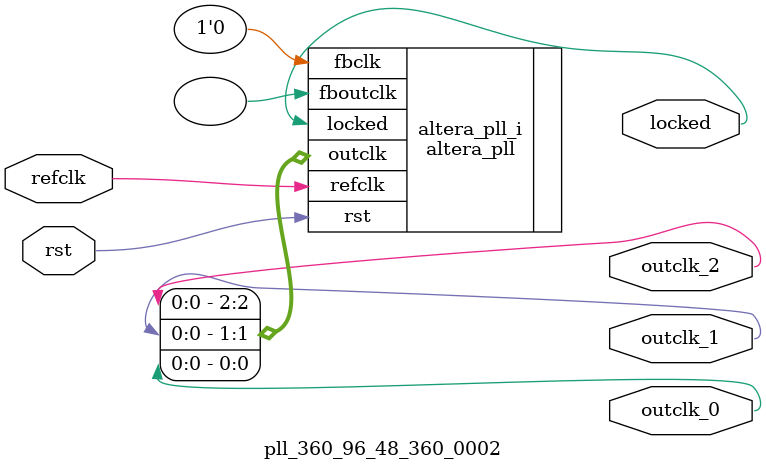
<source format=v>
`timescale 1ns/10ps
module  pll_360_96_48_360_0002(

	// interface 'refclk'
	input wire refclk,

	// interface 'reset'
	input wire rst,

	// interface 'outclk0'
	output wire outclk_0,

	// interface 'outclk1'
	output wire outclk_1,

	// interface 'outclk2'
	output wire outclk_2,

	// interface 'locked'
	output wire locked
);

	altera_pll #(
		.fractional_vco_multiplier("false"),
		.reference_clock_frequency("360.0 MHz"),
		.operation_mode("direct"),
		.number_of_clocks(3),
		.output_clock_frequency0("96.000000 MHz"),
		.phase_shift0("0 ps"),
		.duty_cycle0(50),
		.output_clock_frequency1("48.000000 MHz"),
		.phase_shift1("0 ps"),
		.duty_cycle1(50),
		.output_clock_frequency2("90.000000 MHz"),
		.phase_shift2("0 ps"),
		.duty_cycle2(50),
		.output_clock_frequency3("0 MHz"),
		.phase_shift3("0 ps"),
		.duty_cycle3(50),
		.output_clock_frequency4("0 MHz"),
		.phase_shift4("0 ps"),
		.duty_cycle4(50),
		.output_clock_frequency5("0 MHz"),
		.phase_shift5("0 ps"),
		.duty_cycle5(50),
		.output_clock_frequency6("0 MHz"),
		.phase_shift6("0 ps"),
		.duty_cycle6(50),
		.output_clock_frequency7("0 MHz"),
		.phase_shift7("0 ps"),
		.duty_cycle7(50),
		.output_clock_frequency8("0 MHz"),
		.phase_shift8("0 ps"),
		.duty_cycle8(50),
		.output_clock_frequency9("0 MHz"),
		.phase_shift9("0 ps"),
		.duty_cycle9(50),
		.output_clock_frequency10("0 MHz"),
		.phase_shift10("0 ps"),
		.duty_cycle10(50),
		.output_clock_frequency11("0 MHz"),
		.phase_shift11("0 ps"),
		.duty_cycle11(50),
		.output_clock_frequency12("0 MHz"),
		.phase_shift12("0 ps"),
		.duty_cycle12(50),
		.output_clock_frequency13("0 MHz"),
		.phase_shift13("0 ps"),
		.duty_cycle13(50),
		.output_clock_frequency14("0 MHz"),
		.phase_shift14("0 ps"),
		.duty_cycle14(50),
		.output_clock_frequency15("0 MHz"),
		.phase_shift15("0 ps"),
		.duty_cycle15(50),
		.output_clock_frequency16("0 MHz"),
		.phase_shift16("0 ps"),
		.duty_cycle16(50),
		.output_clock_frequency17("0 MHz"),
		.phase_shift17("0 ps"),
		.duty_cycle17(50),
		.pll_type("General"),
		.pll_subtype("General")
	) altera_pll_i (
		.rst	(rst),
		.outclk	({outclk_2, outclk_1, outclk_0}),
		.locked	(locked),
		.fboutclk	( ),
		.fbclk	(1'b0),
		.refclk	(refclk)
	);
endmodule


</source>
